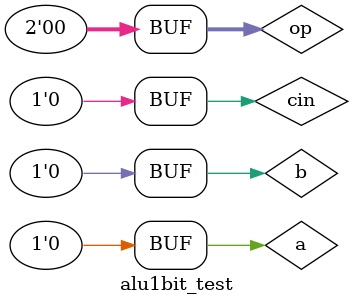
<source format=sv>
module alu1bit_test;

	logic  a; // Input bit a
	logic b; // Input bit b
	logic cin; // Carry in
	logic [1:0] op; // Operation
	logic  s; // Output S
	logic cout; // Carry out

	parameter nand_tpd = 0;
	parameter or_tpd = 0;
	parameter xnor_tpd = 0;

	alu1bit #(
		.nand_tpd(nand_tpd),
		.or_tpd(or_tpd),
		.xnor_tpd(xnor_tpd)
	) alu64bit_instance (
		.a(a),
		.b(b),
		.cin(cin),
		.op(op),
		.s(s),
		.cout(cout)
	);

	initial begin
	
		a = 64'b1;
		b = 64'b1;
		cin = 1'b1;
		op = 2'b11;

		for(int i = 0; i < 2; i++) begin

			op[1] <= !op[1];

			for(int i = 0; i < 2; i++) begin

				op[0] <= !op[0];

				for(int i = 0; i < 2; i++) begin

					cin <= !cin;

					for(int i = 0; i < 2; i++) begin

						b <= !b;

						for(int i = 0; i < 2; i++) begin

							a <= !a;
							#100ns;

						end

					end

				end

			end

		end


	end;

endmodule

</source>
